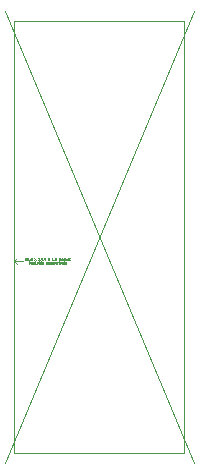
<source format=gbr>
G04 #@! TF.GenerationSoftware,KiCad,Pcbnew,5.1.4-e60b266~84~ubuntu19.04.1*
G04 #@! TF.CreationDate,2019-11-07T13:35:51-05:00*
G04 #@! TF.ProjectId,pcb2molex8878_pin,70636232-6d6f-46c6-9578-383837385f70,rev?*
G04 #@! TF.SameCoordinates,Original*
G04 #@! TF.FileFunction,Drawing*
%FSLAX46Y46*%
G04 Gerber Fmt 4.6, Leading zero omitted, Abs format (unit mm)*
G04 Created by KiCad (PCBNEW 5.1.4-e60b266~84~ubuntu19.04.1) date 2019-11-07 13:35:51*
%MOMM*%
%LPD*%
G04 APERTURE LIST*
%ADD10C,0.010000*%
G04 APERTURE END LIST*
D10*
X154418400Y-117487000D02*
X140018400Y-117487000D01*
X154418400Y-80887000D02*
X154418400Y-117487000D01*
X140018400Y-80887000D02*
X154418400Y-80887000D01*
X140018400Y-117487000D02*
X140018400Y-80887000D01*
X140018400Y-101187000D02*
X140768400Y-101187000D01*
X140018400Y-101187000D02*
X140268400Y-101437000D01*
X140018400Y-101187000D02*
X140268400Y-100937000D01*
X139218400Y-80087000D02*
X155218400Y-118287000D01*
X139218400Y-118287000D02*
X155218400Y-80087000D01*
X141242209Y-101427476D02*
X141242209Y-101227476D01*
X141242209Y-101303666D02*
X141261257Y-101294142D01*
X141299352Y-101294142D01*
X141318400Y-101303666D01*
X141327923Y-101313190D01*
X141337447Y-101332238D01*
X141337447Y-101389380D01*
X141327923Y-101408428D01*
X141318400Y-101417952D01*
X141299352Y-101427476D01*
X141261257Y-101427476D01*
X141242209Y-101417952D01*
X141508876Y-101427476D02*
X141508876Y-101322714D01*
X141499352Y-101303666D01*
X141480304Y-101294142D01*
X141442209Y-101294142D01*
X141423161Y-101303666D01*
X141508876Y-101417952D02*
X141489828Y-101427476D01*
X141442209Y-101427476D01*
X141423161Y-101417952D01*
X141413638Y-101398904D01*
X141413638Y-101379857D01*
X141423161Y-101360809D01*
X141442209Y-101351285D01*
X141489828Y-101351285D01*
X141508876Y-101341761D01*
X141689828Y-101417952D02*
X141670780Y-101427476D01*
X141632685Y-101427476D01*
X141613638Y-101417952D01*
X141604114Y-101408428D01*
X141594590Y-101389380D01*
X141594590Y-101332238D01*
X141604114Y-101313190D01*
X141613638Y-101303666D01*
X141632685Y-101294142D01*
X141670780Y-101294142D01*
X141689828Y-101303666D01*
X141775542Y-101427476D02*
X141775542Y-101227476D01*
X141794590Y-101351285D02*
X141851733Y-101427476D01*
X141851733Y-101294142D02*
X141775542Y-101370333D01*
X141927923Y-101417952D02*
X141946971Y-101427476D01*
X141985066Y-101427476D01*
X142004114Y-101417952D01*
X142013638Y-101398904D01*
X142013638Y-101389380D01*
X142004114Y-101370333D01*
X141985066Y-101360809D01*
X141956495Y-101360809D01*
X141937447Y-101351285D01*
X141927923Y-101332238D01*
X141927923Y-101322714D01*
X141937447Y-101303666D01*
X141956495Y-101294142D01*
X141985066Y-101294142D01*
X142004114Y-101303666D01*
X142099352Y-101427476D02*
X142099352Y-101294142D01*
X142099352Y-101227476D02*
X142089828Y-101237000D01*
X142099352Y-101246523D01*
X142108876Y-101237000D01*
X142099352Y-101227476D01*
X142099352Y-101246523D01*
X142280304Y-101427476D02*
X142280304Y-101227476D01*
X142280304Y-101417952D02*
X142261257Y-101427476D01*
X142223161Y-101427476D01*
X142204114Y-101417952D01*
X142194590Y-101408428D01*
X142185066Y-101389380D01*
X142185066Y-101332238D01*
X142194590Y-101313190D01*
X142204114Y-101303666D01*
X142223161Y-101294142D01*
X142261257Y-101294142D01*
X142280304Y-101303666D01*
X142451733Y-101417952D02*
X142432685Y-101427476D01*
X142394590Y-101427476D01*
X142375542Y-101417952D01*
X142366019Y-101398904D01*
X142366019Y-101322714D01*
X142375542Y-101303666D01*
X142394590Y-101294142D01*
X142432685Y-101294142D01*
X142451733Y-101303666D01*
X142461257Y-101322714D01*
X142461257Y-101341761D01*
X142366019Y-101360809D01*
X142785066Y-101417952D02*
X142766019Y-101427476D01*
X142727923Y-101427476D01*
X142708876Y-101417952D01*
X142699352Y-101408428D01*
X142689828Y-101389380D01*
X142689828Y-101332238D01*
X142699352Y-101313190D01*
X142708876Y-101303666D01*
X142727923Y-101294142D01*
X142766019Y-101294142D01*
X142785066Y-101303666D01*
X142899352Y-101427476D02*
X142880304Y-101417952D01*
X142870780Y-101408428D01*
X142861257Y-101389380D01*
X142861257Y-101332238D01*
X142870780Y-101313190D01*
X142880304Y-101303666D01*
X142899352Y-101294142D01*
X142927923Y-101294142D01*
X142946971Y-101303666D01*
X142956495Y-101313190D01*
X142966019Y-101332238D01*
X142966019Y-101389380D01*
X142956495Y-101408428D01*
X142946971Y-101417952D01*
X142927923Y-101427476D01*
X142899352Y-101427476D01*
X143051733Y-101427476D02*
X143051733Y-101294142D01*
X143051733Y-101313190D02*
X143061257Y-101303666D01*
X143080304Y-101294142D01*
X143108876Y-101294142D01*
X143127923Y-101303666D01*
X143137447Y-101322714D01*
X143137447Y-101427476D01*
X143137447Y-101322714D02*
X143146971Y-101303666D01*
X143166019Y-101294142D01*
X143194590Y-101294142D01*
X143213638Y-101303666D01*
X143223161Y-101322714D01*
X143223161Y-101427476D01*
X143318400Y-101294142D02*
X143318400Y-101494142D01*
X143318400Y-101303666D02*
X143337447Y-101294142D01*
X143375542Y-101294142D01*
X143394590Y-101303666D01*
X143404114Y-101313190D01*
X143413638Y-101332238D01*
X143413638Y-101389380D01*
X143404114Y-101408428D01*
X143394590Y-101417952D01*
X143375542Y-101427476D01*
X143337447Y-101427476D01*
X143318400Y-101417952D01*
X143527923Y-101427476D02*
X143508876Y-101417952D01*
X143499352Y-101408428D01*
X143489828Y-101389380D01*
X143489828Y-101332238D01*
X143499352Y-101313190D01*
X143508876Y-101303666D01*
X143527923Y-101294142D01*
X143556495Y-101294142D01*
X143575542Y-101303666D01*
X143585066Y-101313190D01*
X143594590Y-101332238D01*
X143594590Y-101389380D01*
X143585066Y-101408428D01*
X143575542Y-101417952D01*
X143556495Y-101427476D01*
X143527923Y-101427476D01*
X143680304Y-101294142D02*
X143680304Y-101427476D01*
X143680304Y-101313190D02*
X143689828Y-101303666D01*
X143708876Y-101294142D01*
X143737447Y-101294142D01*
X143756495Y-101303666D01*
X143766019Y-101322714D01*
X143766019Y-101427476D01*
X143937447Y-101417952D02*
X143918400Y-101427476D01*
X143880304Y-101427476D01*
X143861257Y-101417952D01*
X143851733Y-101398904D01*
X143851733Y-101322714D01*
X143861257Y-101303666D01*
X143880304Y-101294142D01*
X143918400Y-101294142D01*
X143937447Y-101303666D01*
X143946971Y-101322714D01*
X143946971Y-101341761D01*
X143851733Y-101360809D01*
X144032685Y-101294142D02*
X144032685Y-101427476D01*
X144032685Y-101313190D02*
X144042209Y-101303666D01*
X144061257Y-101294142D01*
X144089828Y-101294142D01*
X144108876Y-101303666D01*
X144118400Y-101322714D01*
X144118400Y-101427476D01*
X144185066Y-101294142D02*
X144261257Y-101294142D01*
X144213638Y-101227476D02*
X144213638Y-101398904D01*
X144223161Y-101417952D01*
X144242209Y-101427476D01*
X144261257Y-101427476D01*
X144318400Y-101417952D02*
X144337447Y-101427476D01*
X144375542Y-101427476D01*
X144394590Y-101417952D01*
X144404114Y-101398904D01*
X144404114Y-101389380D01*
X144394590Y-101370333D01*
X144375542Y-101360809D01*
X144346971Y-101360809D01*
X144327923Y-101351285D01*
X144318400Y-101332238D01*
X144318400Y-101322714D01*
X144327923Y-101303666D01*
X144346971Y-101294142D01*
X144375542Y-101294142D01*
X144394590Y-101303666D01*
X140908876Y-100927476D02*
X141032685Y-100927476D01*
X140966019Y-101003666D01*
X140994590Y-101003666D01*
X141013638Y-101013190D01*
X141023161Y-101022714D01*
X141032685Y-101041761D01*
X141032685Y-101089380D01*
X141023161Y-101108428D01*
X141013638Y-101117952D01*
X140994590Y-101127476D01*
X140937447Y-101127476D01*
X140918400Y-101117952D01*
X140908876Y-101108428D01*
X141204114Y-100927476D02*
X141166019Y-100927476D01*
X141146971Y-100937000D01*
X141137447Y-100946523D01*
X141118400Y-100975095D01*
X141108876Y-101013190D01*
X141108876Y-101089380D01*
X141118400Y-101108428D01*
X141127923Y-101117952D01*
X141146971Y-101127476D01*
X141185066Y-101127476D01*
X141204114Y-101117952D01*
X141213638Y-101108428D01*
X141223161Y-101089380D01*
X141223161Y-101041761D01*
X141213638Y-101022714D01*
X141204114Y-101013190D01*
X141185066Y-101003666D01*
X141146971Y-101003666D01*
X141127923Y-101013190D01*
X141118400Y-101022714D01*
X141108876Y-101041761D01*
X141308876Y-101108428D02*
X141318400Y-101117952D01*
X141308876Y-101127476D01*
X141299352Y-101117952D01*
X141308876Y-101108428D01*
X141308876Y-101127476D01*
X141489828Y-100927476D02*
X141451733Y-100927476D01*
X141432685Y-100937000D01*
X141423161Y-100946523D01*
X141404114Y-100975095D01*
X141394590Y-101013190D01*
X141394590Y-101089380D01*
X141404114Y-101108428D01*
X141413638Y-101117952D01*
X141432685Y-101127476D01*
X141470780Y-101127476D01*
X141489828Y-101117952D01*
X141499352Y-101108428D01*
X141508876Y-101089380D01*
X141508876Y-101041761D01*
X141499352Y-101022714D01*
X141489828Y-101013190D01*
X141470780Y-101003666D01*
X141432685Y-101003666D01*
X141413638Y-101013190D01*
X141404114Y-101022714D01*
X141394590Y-101041761D01*
X141727923Y-101127476D02*
X141832685Y-100994142D01*
X141727923Y-100994142D02*
X141832685Y-101127476D01*
X142166019Y-101127476D02*
X142051733Y-101127476D01*
X142108876Y-101127476D02*
X142108876Y-100927476D01*
X142089828Y-100956047D01*
X142070780Y-100975095D01*
X142051733Y-100984619D01*
X142337447Y-100994142D02*
X142337447Y-101127476D01*
X142289828Y-100917952D02*
X142242209Y-101060809D01*
X142366019Y-101060809D01*
X142442209Y-101108428D02*
X142451733Y-101117952D01*
X142442209Y-101127476D01*
X142432685Y-101117952D01*
X142442209Y-101108428D01*
X142442209Y-101127476D01*
X142623161Y-100994142D02*
X142623161Y-101127476D01*
X142575542Y-100917952D02*
X142527923Y-101060809D01*
X142651733Y-101060809D01*
X142861257Y-101127476D02*
X142966019Y-100994142D01*
X142861257Y-100994142D02*
X142966019Y-101127476D01*
X143299352Y-101127476D02*
X143185066Y-101127476D01*
X143242209Y-101127476D02*
X143242209Y-100927476D01*
X143223161Y-100956047D01*
X143204114Y-100975095D01*
X143185066Y-100984619D01*
X143385066Y-101108428D02*
X143394590Y-101117952D01*
X143385066Y-101127476D01*
X143375542Y-101117952D01*
X143385066Y-101108428D01*
X143385066Y-101127476D01*
X143566019Y-100927476D02*
X143527923Y-100927476D01*
X143508876Y-100937000D01*
X143499352Y-100946523D01*
X143480304Y-100975095D01*
X143470780Y-101013190D01*
X143470780Y-101089380D01*
X143480304Y-101108428D01*
X143489828Y-101117952D01*
X143508876Y-101127476D01*
X143546971Y-101127476D01*
X143566019Y-101117952D01*
X143575542Y-101108428D01*
X143585066Y-101089380D01*
X143585066Y-101041761D01*
X143575542Y-101022714D01*
X143566019Y-101013190D01*
X143546971Y-101003666D01*
X143508876Y-101003666D01*
X143489828Y-101013190D01*
X143480304Y-101022714D01*
X143470780Y-101041761D01*
X143823161Y-100994142D02*
X143823161Y-101194142D01*
X143823161Y-101003666D02*
X143842209Y-100994142D01*
X143880304Y-100994142D01*
X143899352Y-101003666D01*
X143908876Y-101013190D01*
X143918400Y-101032238D01*
X143918400Y-101089380D01*
X143908876Y-101108428D01*
X143899352Y-101117952D01*
X143880304Y-101127476D01*
X143842209Y-101127476D01*
X143823161Y-101117952D01*
X144032685Y-101127476D02*
X144013638Y-101117952D01*
X144004114Y-101108428D01*
X143994590Y-101089380D01*
X143994590Y-101032238D01*
X144004114Y-101013190D01*
X144013638Y-101003666D01*
X144032685Y-100994142D01*
X144061257Y-100994142D01*
X144080304Y-101003666D01*
X144089828Y-101013190D01*
X144099352Y-101032238D01*
X144099352Y-101089380D01*
X144089828Y-101108428D01*
X144080304Y-101117952D01*
X144061257Y-101127476D01*
X144032685Y-101127476D01*
X144270780Y-101117952D02*
X144251733Y-101127476D01*
X144213638Y-101127476D01*
X144194590Y-101117952D01*
X144185066Y-101108428D01*
X144175542Y-101089380D01*
X144175542Y-101032238D01*
X144185066Y-101013190D01*
X144194590Y-101003666D01*
X144213638Y-100994142D01*
X144251733Y-100994142D01*
X144270780Y-101003666D01*
X144356495Y-101127476D02*
X144356495Y-100927476D01*
X144375542Y-101051285D02*
X144432685Y-101127476D01*
X144432685Y-100994142D02*
X144356495Y-101070333D01*
X144594590Y-101117952D02*
X144575542Y-101127476D01*
X144537447Y-101127476D01*
X144518400Y-101117952D01*
X144508876Y-101098904D01*
X144508876Y-101022714D01*
X144518400Y-101003666D01*
X144537447Y-100994142D01*
X144575542Y-100994142D01*
X144594590Y-101003666D01*
X144604114Y-101022714D01*
X144604114Y-101041761D01*
X144508876Y-101060809D01*
X144661257Y-100994142D02*
X144737447Y-100994142D01*
X144689828Y-100927476D02*
X144689828Y-101098904D01*
X144699352Y-101117952D01*
X144718400Y-101127476D01*
X144737447Y-101127476D01*
M02*

</source>
